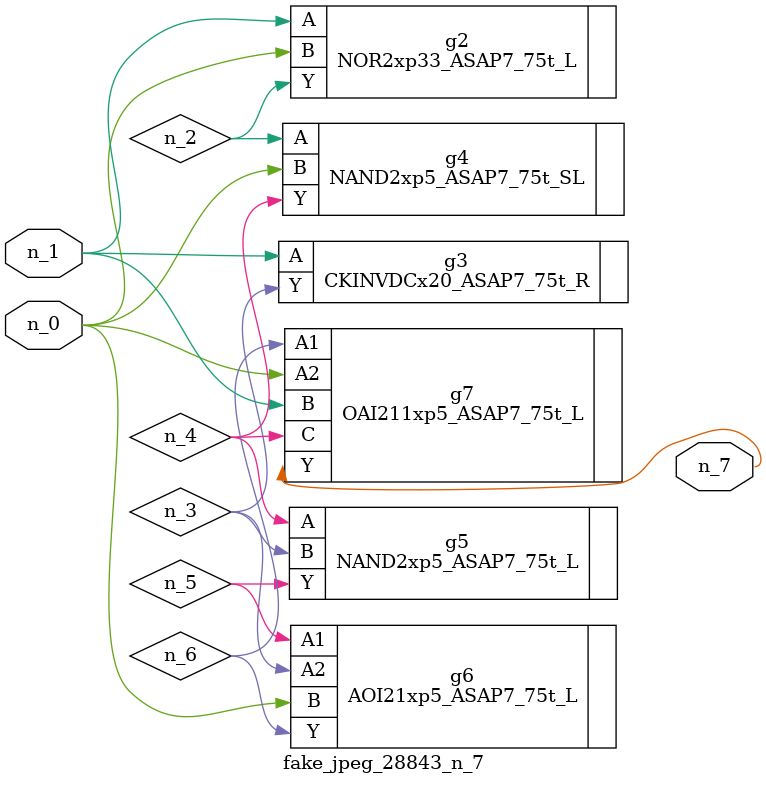
<source format=v>
module fake_jpeg_28843_n_7 (n_0, n_1, n_7);

input n_0;
input n_1;

output n_7;

wire n_3;
wire n_2;
wire n_4;
wire n_6;
wire n_5;

NOR2xp33_ASAP7_75t_L g2 ( 
.A(n_1),
.B(n_0),
.Y(n_2)
);

CKINVDCx20_ASAP7_75t_R g3 ( 
.A(n_1),
.Y(n_3)
);

NAND2xp5_ASAP7_75t_SL g4 ( 
.A(n_2),
.B(n_0),
.Y(n_4)
);

NAND2xp5_ASAP7_75t_L g5 ( 
.A(n_4),
.B(n_3),
.Y(n_5)
);

AOI21xp5_ASAP7_75t_L g6 ( 
.A1(n_5),
.A2(n_3),
.B(n_0),
.Y(n_6)
);

OAI211xp5_ASAP7_75t_L g7 ( 
.A1(n_6),
.A2(n_0),
.B(n_1),
.C(n_4),
.Y(n_7)
);


endmodule
</source>
